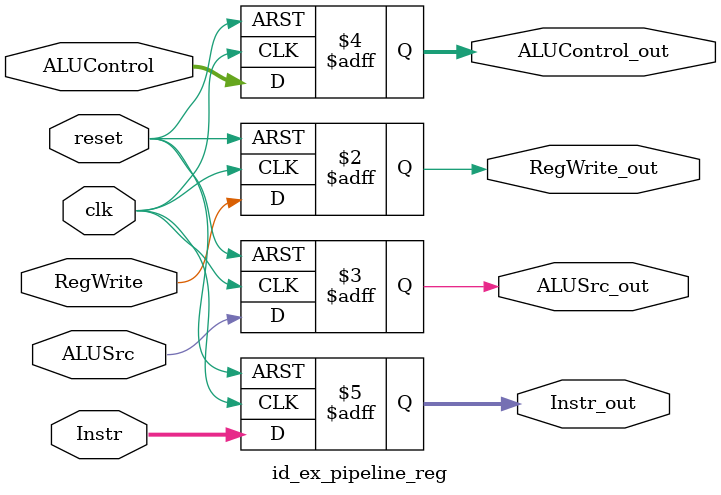
<source format=v>
module id_ex_pipeline_reg (
    input clk,
    input reset,
    input RegWrite,
    input ALUSrc,
    input [1:0] ALUControl,
    input [31:0] Instr,
    output reg RegWrite_out,
    output reg ALUSrc_out,
    output reg [1:0] ALUControl_out,
    output reg [31:0] Instr_out
);
    always @(posedge clk or posedge reset) begin
        if (reset) begin
            RegWrite_out <= 0;
            ALUSrc_out <= 0;
            ALUControl_out <= 0;
            Instr_out <= 0;
        end else begin
            RegWrite_out <= RegWrite;
            ALUSrc_out <= ALUSrc;
            ALUControl_out <= ALUControl;
            Instr_out <= Instr;
        end
    end
endmodule

</source>
